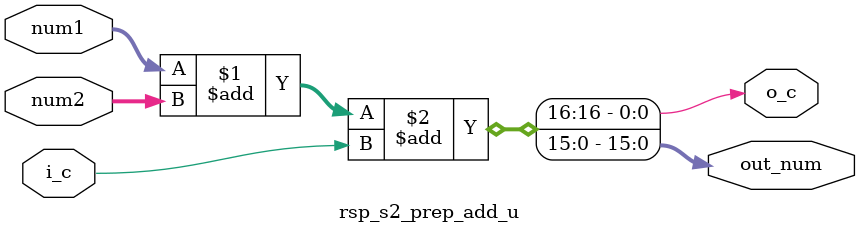
<source format=sv>
`timescale 1ns / 1ps


module rsp_s2_prep_add_u #(
    parameter DATA_WIDTH = 16
)(
   input  [DATA_WIDTH-1:0]          num1 ,
   input  [DATA_WIDTH-1:0]          num2 ,
   output [DATA_WIDTH-1:0]          out_num ,  
   input                            i_c ,  
   output                           o_c
);

assign {o_c,out_num} = num1 + num2 + i_c; 

endmodule


</source>
